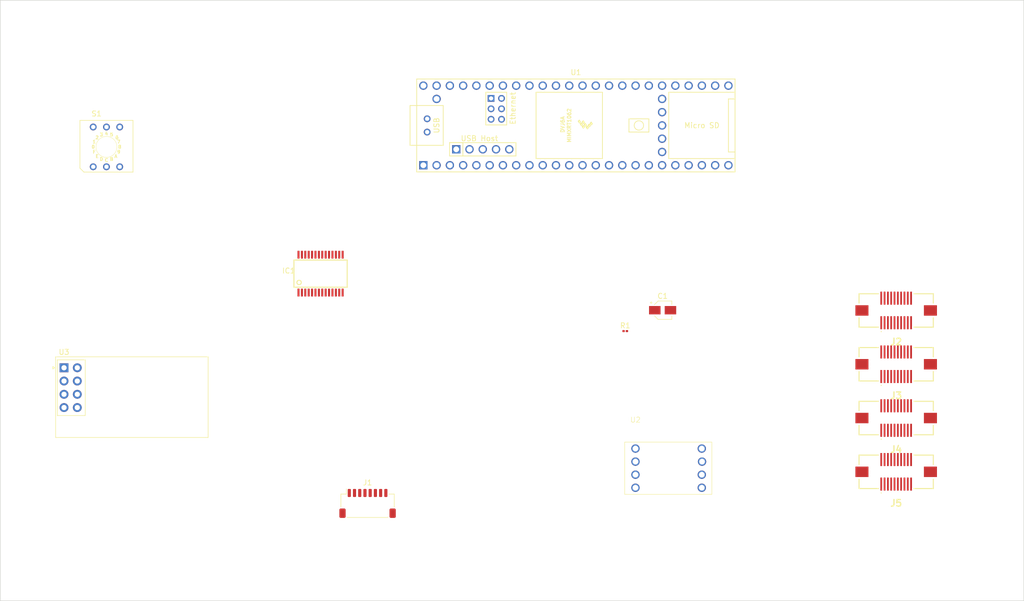
<source format=kicad_pcb>
(kicad_pcb (version 20240108) (generator "pcbnew") (generator_version "8.0")
  (layers (0 "F.Cu" signal) (31 "B.Cu" signal) (34 "B.Paste" user) (35 "F.Paste" user) (36 "B.SilkS" user "B.Silkscreen") (37 "F.SilkS" user "F.Silkscreen") (38 "B.Mask" user) (39 "F.Mask" user) (44 "Edge.Cuts" user))
  (net 0 "")
  (net 7 "/HEX-3")
  (net 8 "/HEX-1")
  (net 13 "/HEX-2")
  (net 15 "/HEX-0")
  (net 22 "/SDA")
  (net 23 "/INT-IO")
  (net 26 "/SCL-1.2")
  (net 27 "/RX_M4")
  (net 31 "/Shared SPI SCK")
  (net 32 "/RX_M3")
  (net 35 "/OLED SCL")
  (net 38 "/Radio Interrupt")
  (net 42 "/RX_M2")
  (net 44 "/Shared SPI HW CS")
  (net 53 "/INT-IMU")
  (net 57 "/Shared SPI MOSI")
  (net 60 "/KICKER SPI MOSI")
  (net 62 "/KICKER SPI RESET")
  (net 63 "/KICKER SPI CSn")
  (net 64 "/RADIO-CE")
  (net 65 "/TX_M2")
  (net 66 "/TX_M3")
  (net 67 "/KICKER SPI MISO")
  (net 68 "/IMU-SCL")
  (net 70 "/Radio CSN")
  (net 71 "/OLED SDA")
  (net 72 "/TX_M4")
  (net 73 "/IMU-SDA")
  (net 74 "/SCL1.2")
  (net 80 "+3.3V")
  (net 86 "/ADDR_IMU")
  (net 87 "/INT-RAD0")
  (net 90 "/SCL")
  (net 101 "Name")
  (net 106 "+3V3")
  (net 107 "GND")
  (net 129 "/SCK_KICK")
  (net 130 "/MOSI_KICK")
  (net 131 "/~{RST}_KICK")
  (net 132 "/~{CS}_KICK")
  (net 133 "/M1_NRST")
  (net 134 "/MISO_KICK")
  (net 135 "/M1_USART_Rx")
  (net 136 "/M1_USART_Tx")
  (net 137 "/~{KILL}")
  (net 138 "/M4_USART_Rx")
  (net 139 "/~{FAULT}")
  (net 140 "/DIAG_EN")
  (net 141 "/SNS")
  (net 142 "/~{INT}")
  (net 143 "/M4_USART_Tx")
  (net 144 "/M4_NRST")
  (net 145 "/LATCH")
  (net 146 "/M2_USART_Tx")
  (net 147 "/M2_USART_Rx")
  (net 148 "/M2_NRST")
  (net 149 "/M3_USART_Tx")
  (net 150 "/M3_USART_Rx")
  (net 151 "/M3_NRST")
  (footprint "RF_Module:nRF24L01_Breakout" (layer "F.Cu") (at 69.2105 96.375)
    (property "Reference" "U3" (at 0 -3 0) (layer "F.SilkS"))
    (property "Value" "NRF24L01_Breakout")
    (fp_line (start -1.6 -2.1) (end -1.6 -2.1) (stroke (width 0.12)) (layer "F.SilkS"))
    (fp_line (start -1.6 -2.1) (end 27.6 -2.1) (stroke (width 0.12)) (layer "F.SilkS"))
    (fp_line (start -1.6 13.35) (end -1.6 -2.1) (stroke (width 0.12)) (layer "F.SilkS"))
    (fp_line (start -1.27 -1.524) (end -1.27 -1.524) (stroke (width 0.12)) (layer "F.SilkS"))
    (fp_line (start -1.27 -1.524) (end 4.064 -1.524) (stroke (width 0.12)) (layer "F.SilkS"))
    (fp_line (start -1.27 9.144) (end -1.27 -1.524) (stroke (width 0.12)) (layer "F.SilkS"))
    (fp_line (start -1.27 9.144) (end -1.27 9.144) (stroke (width 0.12)) (layer "F.SilkS"))
    (fp_line (start 4.064 -1.524) (end 4.064 9.144) (stroke (width 0.12)) (layer "F.SilkS"))
    (fp_line (start 4.064 9.144) (end -1.27 9.144) (stroke (width 0.12)) (layer "F.SilkS"))
    (fp_line (start 27.6 -2.1) (end 27.6 13.35) (stroke (width 0.12)) (layer "F.SilkS"))
    (fp_line (start 27.6 13.35) (end -1.6 13.35) (stroke (width 0.12)) (layer "F.SilkS"))
    (fp_poly (pts (xy -1.8 0) (xy -2.136 0.24) (xy -2.136 -0.24) (xy -1.8 0)) (stroke (width 0.12)) (fill solid) (layer "F.SilkS"))
    (pad "1" thru_hole rect (at 0 0) (size 1.7 1.7) (drill 1) (layers "*.Cu" "*.Mask") (net 107 "GND"))
    (pad "2" thru_hole circle (at 2.54 0) (size 1.7 1.7) (drill 1) (layers "*.Cu" "*.Mask") (net 80 "+3.3V"))
    (pad "3" thru_hole circle (at 0 2.54) (size 1.7 1.7) (drill 1) (layers "*.Cu" "*.Mask") (net 87 "/INT-RAD0"))
    (pad "4" thru_hole circle (at 2.54 2.54) (size 1.7 1.7) (drill 1) (layers "*.Cu" "*.Mask") (net 80 "+3.3V"))
    (pad "5" thru_hole circle (at 0 5.08) (size 1.7 1.7) (drill 1) (layers "*.Cu" "*.Mask") (net 90 "/SCL"))
    (pad "6" thru_hole circle (at 2.54 5.08) (size 1.7 1.7) (drill 1) (layers "*.Cu" "*.Mask") (net 22 "/SDA"))
    (pad "7" thru_hole circle (at 0 7.62) (size 1.7 1.7) (drill 1) (layers "*.Cu" "*.Mask") (net 86 "/ADDR_IMU"))
    (pad "8" thru_hole circle (at 2.54 7.62) (size 1.7 1.7) (drill 1) (layers "*.Cu" "*.Mask"))
  )
  (footprint "Resistor_SMD:R_0201_0603Metric" (layer "F.Cu") (at 176.682 89.35)
    (property "Reference" "R1" (at 0 -1.05 0) (layer "F.SilkS"))
    (property "Value" "R_Small_US")
    (pad "1" smd roundrect (at -0.32 0) (size 0.46 0.4) (layers "F.Cu" "F.Mask"))
    (pad "2" smd roundrect (at 0.32 0) (size 0.46 0.4) (layers "F.Cu" "F.Mask"))
  )
  (footprint "94HCB16T:HEX" (layer "F.Cu") (at 77.337 55.35)
    (property "Reference" "S1" (at -1.905245 -7.621005 0) (layer "F.SilkS") (effects (font (size 1.000134 1.000134))))
    (property "Value" "94HCB16T")
    (fp_line (start -5.08 -6.35) (end 5.08 -6.35) (stroke (width 0.127)) (layer "F.SilkS"))
    (fp_line (start -5.08 2.794) (end -5.08 -6.35) (stroke (width 0.127)) (layer "F.SilkS"))
    (fp_line (start -5.08 2.794) (end -4.318 3.556) (stroke (width 0.127)) (layer "F.SilkS"))
    (fp_line (start -4.318 3.556) (end 5.08 3.556) (stroke (width 0.127)) (layer "F.SilkS"))
    (fp_line (start 5.08 3.556) (end 5.08 -6.35) (stroke (width 0.127)) (layer "F.SilkS"))
    (fp_circle (center 0 -1.27) (end 2.00804 -1.27) (stroke (width 0.0762)) (fill none) (layer "F.SilkS"))
    (fp_text user "9" (at 2.35094 -0.298735 0) (layer "F.SilkS") (effects (font (size 0.601082 0.601082))))
    (fp_text user "3" (at -0.972905 -3.62081 0) (layer "F.SilkS") (effects (font (size 0.60068 0.60068))))
    (fp_text user "1" (at -2.34928 -2.24426 0) (layer "F.SilkS") (effects (font (size 0.600658 0.600658))))
    (fp_text user "D" (at -0.972306 1.07726 0) (layer "F.SilkS") (effects (font (size 0.60031 0.60031))))
    (fp_text user "4" (at 0 -3.81364 0) (layer "F.SilkS") (effects (font (size 0.600573 0.600573))))
    (fp_text user "F" (at -2.35062 -0.298694 0) (layer "F.SilkS") (effects (font (size 0.601 0.601))))
    (fp_text user "E" (at -1.79838 0.526721 0) (layer "F.SilkS") (effects (font (size 0.600783 0.600783))))
    (fp_text user "6" (at 2.01755 -3.07149 0) (layer "F.SilkS") (effects (font (size 0.601068 0.601068))))
    (fp_text user "C" (at 0 1.27034 0) (layer "F.SilkS") (effects (font (size 0.600161 0.600161))))
    (fp_text user "7" (at 2.35136 -2.24625 0) (layer "F.SilkS") (effects (font (size 0.60119 0.60119))))
    (fp_text user "5" (at 0.973292 -3.62225 0) (layer "F.SilkS") (effects (font (size 0.600919 0.600919))))
    (fp_text user "2" (at -1.79626 -3.06642 0) (layer "F.SilkS") (effects (font (size 0.600076 0.600076))))
    (fp_text user "0" (at -2.54181 -1.27091 0) (layer "F.SilkS") (effects (font (size 0.600428 0.600428))))
    (fp_text user "8" (at 2.5437 -1.27185 0) (layer "F.SilkS") (effects (font (size 0.600875 0.600875))))
    (fp_text user "A" (at 1.79906 0.526921 0) (layer "F.SilkS") (effects (font (size 0.601011 0.601011))))
    (fp_text user "B" (at 0.972748 1.07775 0) (layer "F.SilkS") (effects (font (size 0.600583 0.600583))))
    (pad "1" thru_hole circle (at -2.54 2.54) (size 1.308 1.308) (drill 0.8) (layers "*.Cu" "*.Mask") (net 15 "/HEX-0"))
    (pad "2" thru_hole circle (at 2.54 -5.08) (size 1.308 1.308) (drill 0.8) (layers "*.Cu" "*.Mask") (net 8 "/HEX-1"))
    (pad "4" thru_hole circle (at 2.54 2.54) (size 1.308 1.308) (drill 0.8) (layers "*.Cu" "*.Mask") (net 13 "/HEX-2"))
    (pad "8" thru_hole circle (at -2.54 -5.08) (size 1.308 1.308) (drill 0.8) (layers "*.Cu" "*.Mask") (net 7 "/HEX-3"))
    (pad "C1" thru_hole circle (at 0 2.54) (size 1.308 1.308) (drill 0.8) (layers "*.Cu" "*.Mask") (net 107 "GND"))
    (pad "C2" thru_hole circle (at 0 -5.08) (size 1.308 1.308) (drill 0.8) (layers "*.Cu" "*.Mask") (net 107 "GND"))
  )
  (footprint "RoboJackets-Connectors:529010274" (layer "F.Cu") (at 228.56 95.7)
    (property "Reference" "J3" (at 0 6 0) (layer "F.SilkS") (effects (font (size 1.27 1.27) (thickness 0.254))))
    (property "Value" "52901-0274" (hide yes))
    (fp_line (start -7.11 -3.2) (end -7.11 -1.4) (stroke (width 0.2)) (layer "F.SilkS"))
    (fp_line (start -7.11 1.4) (end -7.11 3.2) (stroke (width 0.2)) (layer "F.SilkS"))
    (fp_line (start -7.11 3.2) (end -3.4 3.2) (stroke (width 0.2)) (layer "F.SilkS"))
    (fp_line (start -3.4 -3.2) (end -7.11 -3.2) (stroke (width 0.2)) (layer "F.SilkS"))
    (fp_line (start -2.857 4) (end -2.857 4) (stroke (width 0.1)) (layer "F.SilkS"))
    (fp_line (start -2.857 4.1) (end -2.857 4.1) (stroke (width 0.1)) (layer "F.SilkS"))
    (fp_line (start 3.4 3.2) (end 7.11 3.2) (stroke (width 0.2)) (layer "F.SilkS"))
    (fp_line (start 7.11 -3.2) (end 3.4 -3.2) (stroke (width 0.2)) (layer "F.SilkS"))
    (fp_line (start 7.11 -1.4) (end 7.11 -3.2) (stroke (width 0.2)) (layer "F.SilkS"))
    (fp_line (start 7.11 3.2) (end 7.11 1.4) (stroke (width 0.2)) (layer "F.SilkS"))
    (fp_arc (start -2.858 4) (mid -2.8075 4.0495) (end -2.857 4.1) (stroke (width 0.1)) (layer "F.SilkS"))
    (fp_arc (start -2.858 4.1) (mid -2.9075 4.0495) (end -2.857 4) (stroke (width 0.1)) (layer "F.SilkS"))
    (pad "" np_thru_hole circle (at -4.51 0) (size 0.9 0.9) (drill 0.9) (layers "*.Cu" "*.Mask"))
    (pad "" np_thru_hole circle (at 4.51 0) (size 0.7 0.7) (drill 0.7) (layers "*.Cu" "*.Mask"))
    (pad "1" smd rect (at -2.857 2.35) (size 0.35 2.5) (layers "F.Cu" "F.Paste" "F.Mask") (net 143 "/M4_USART_Tx"))
    (pad "2" smd rect (at -2.857 -2.35) (size 0.35 2.5) (layers "F.Cu" "F.Paste" "F.Mask") (net 106 "+3V3"))
    (pad "3" smd rect (at -2.223 2.35) (size 0.35 2.5) (layers "F.Cu" "F.Paste" "F.Mask") (net 138 "/M4_USART_Rx"))
    (pad "4" smd rect (at -2.223 -2.35) (size 0.35 2.5) (layers "F.Cu" "F.Paste" "F.Mask") (net 106 "+3V3"))
    (pad "5" smd rect (at -1.588 2.35) (size 0.35 2.5) (layers "F.Cu" "F.Paste" "F.Mask") (net 144 "/M4_NRST"))
    (pad "6" smd rect (at -1.588 -2.35) (size 0.35 2.5) (layers "F.Cu" "F.Paste" "F.Mask") (net 106 "+3V3"))
    (pad "7" smd rect (at -0.953 2.35) (size 0.35 2.5) (layers "F.Cu" "F.Paste" "F.Mask") (net 142 "/~{INT}"))
    (pad "8" smd rect (at -0.953 -2.35) (size 0.35 2.5) (layers "F.Cu" "F.Paste" "F.Mask") (net 106 "+3V3"))
    (pad "9" smd rect (at -0.318 2.35) (size 0.35 2.5) (layers "F.Cu" "F.Paste" "F.Mask") (net 137 "/~{KILL}"))
    (pad "10" smd rect (at -0.318 -2.35) (size 0.35 2.5) (layers "F.Cu" "F.Paste" "F.Mask") (net 106 "+3V3"))
    (pad "11" smd rect (at 0.317 2.35) (size 0.35 2.5) (layers "F.Cu" "F.Paste" "F.Mask") (net 140 "/DIAG_EN"))
    (pad "12" smd rect (at 0.317 -2.35) (size 0.35 2.5) (layers "F.Cu" "F.Paste" "F.Mask") (net 107 "GND"))
    (pad "13" smd rect (at 0.952 2.35) (size 0.35 2.5) (layers "F.Cu" "F.Paste" "F.Mask") (net 139 "/~{FAULT}"))
    (pad "14" smd rect (at 0.952 -2.35) (size 0.35 2.5) (layers "F.Cu" "F.Paste" "F.Mask") (net 107 "GND"))
    (pad "15" smd rect (at 1.587 2.35) (size 0.35 2.5) (layers "F.Cu" "F.Paste" "F.Mask") (net 145 "/LATCH"))
    (pad "16" smd rect (at 1.587 -2.35) (size 0.35 2.5) (layers "F.Cu" "F.Paste" "F.Mask") (net 107 "GND"))
    (pad "17" smd rect (at 2.222 2.35) (size 0.35 2.5) (layers "F.Cu" "F.Paste" "F.Mask") (net 141 "/SNS"))
    (pad "18" smd rect (at 2.222 -2.35) (size 0.35 2.5) (layers "F.Cu" "F.Paste" "F.Mask") (net 107 "GND"))
    (pad "19" smd rect (at 2.857 2.35) (size 0.35 2.5) (layers "F.Cu" "F.Paste" "F.Mask"))
    (pad "20" smd rect (at 2.857 -2.35) (size 0.35 2.5) (layers "F.Cu" "F.Paste" "F.Mask") (net 107 "GND"))
    (pad "MP1" smd rect (at -6.56 0 90) (size 2 2.5) (layers "F.Cu" "F.Paste" "F.Mask"))
    (pad "MP2" smd rect (at 6.56 0 90) (size 2 2.5) (layers "F.Cu" "F.Paste" "F.Mask"))
  )
  (footprint "RoboJackets-Connectors:529010274" (layer "F.Cu") (at 228.56 85.4)
    (property "Reference" "J2" (at 0 6 0) (layer "F.SilkS") (effects (font (size 1.27 1.27) (thickness 0.254))))
    (property "Value" "52901-0274" (hide yes))
    (fp_line (start -7.11 -3.2) (end -7.11 -1.4) (stroke (width 0.2)) (layer "F.SilkS"))
    (fp_line (start -7.11 1.4) (end -7.11 3.2) (stroke (width 0.2)) (layer "F.SilkS"))
    (fp_line (start -7.11 3.2) (end -3.4 3.2) (stroke (width 0.2)) (layer "F.SilkS"))
    (fp_line (start -3.4 -3.2) (end -7.11 -3.2) (stroke (width 0.2)) (layer "F.SilkS"))
    (fp_line (start -2.857 4) (end -2.857 4) (stroke (width 0.1)) (layer "F.SilkS"))
    (fp_line (start -2.857 4.1) (end -2.857 4.1) (stroke (width 0.1)) (layer "F.SilkS"))
    (fp_line (start 3.4 3.2) (end 7.11 3.2) (stroke (width 0.2)) (layer "F.SilkS"))
    (fp_line (start 7.11 -3.2) (end 3.4 -3.2) (stroke (width 0.2)) (layer "F.SilkS"))
    (fp_line (start 7.11 -1.4) (end 7.11 -3.2) (stroke (width 0.2)) (layer "F.SilkS"))
    (fp_line (start 7.11 3.2) (end 7.11 1.4) (stroke (width 0.2)) (layer "F.SilkS"))
    (fp_arc (start -2.858 4) (mid -2.8075 4.0495) (end -2.857 4.1) (stroke (width 0.1)) (layer "F.SilkS"))
    (fp_arc (start -2.858 4.1) (mid -2.9075 4.0495) (end -2.857 4) (stroke (width 0.1)) (layer "F.SilkS"))
    (pad "" np_thru_hole circle (at -4.51 0) (size 0.9 0.9) (drill 0.9) (layers "*.Cu" "*.Mask"))
    (pad "" np_thru_hole circle (at 4.51 0) (size 0.7 0.7) (drill 0.7) (layers "*.Cu" "*.Mask"))
    (pad "1" smd rect (at -2.857 2.35) (size 0.35 2.5) (layers "F.Cu" "F.Paste" "F.Mask") (net 136 "/M1_USART_Tx"))
    (pad "2" smd rect (at -2.857 -2.35) (size 0.35 2.5) (layers "F.Cu" "F.Paste" "F.Mask") (net 106 "+3V3"))
    (pad "3" smd rect (at -2.223 2.35) (size 0.35 2.5) (layers "F.Cu" "F.Paste" "F.Mask") (net 135 "/M1_USART_Rx"))
    (pad "4" smd rect (at -2.223 -2.35) (size 0.35 2.5) (layers "F.Cu" "F.Paste" "F.Mask") (net 106 "+3V3"))
    (pad "5" smd rect (at -1.588 2.35) (size 0.35 2.5) (layers "F.Cu" "F.Paste" "F.Mask") (net 133 "/M1_NRST"))
    (pad "6" smd rect (at -1.588 -2.35) (size 0.35 2.5) (layers "F.Cu" "F.Paste" "F.Mask") (net 106 "+3V3"))
    (pad "7" smd rect (at -0.953 2.35) (size 0.35 2.5) (layers "F.Cu" "F.Paste" "F.Mask") (net 134 "/MISO_KICK"))
    (pad "8" smd rect (at -0.953 -2.35) (size 0.35 2.5) (layers "F.Cu" "F.Paste" "F.Mask") (net 106 "+3V3"))
    (pad "9" smd rect (at -0.318 2.35) (size 0.35 2.5) (layers "F.Cu" "F.Paste" "F.Mask") (net 130 "/MOSI_KICK"))
    (pad "10" smd rect (at -0.318 -2.35) (size 0.35 2.5) (layers "F.Cu" "F.Paste" "F.Mask") (net 106 "+3V3"))
    (pad "11" smd rect (at 0.317 2.35) (size 0.35 2.5) (layers "F.Cu" "F.Paste" "F.Mask") (net 129 "/SCK_KICK"))
    (pad "12" smd rect (at 0.317 -2.35) (size 0.35 2.5) (layers "F.Cu" "F.Paste" "F.Mask") (net 107 "GND"))
    (pad "13" smd rect (at 0.952 2.35) (size 0.35 2.5) (layers "F.Cu" "F.Paste" "F.Mask") (net 132 "/~{CS}_KICK"))
    (pad "14" smd rect (at 0.952 -2.35) (size 0.35 2.5) (layers "F.Cu" "F.Paste" "F.Mask") (net 107 "GND"))
    (pad "15" smd rect (at 1.587 2.35) (size 0.35 2.5) (layers "F.Cu" "F.Paste" "F.Mask") (net 131 "/~{RST}_KICK"))
    (pad "16" smd rect (at 1.587 -2.35) (size 0.35 2.5) (layers "F.Cu" "F.Paste" "F.Mask") (net 107 "GND"))
    (pad "17" smd rect (at 2.222 2.35) (size 0.35 2.5) (layers "F.Cu" "F.Paste" "F.Mask"))
    (pad "18" smd rect (at 2.222 -2.35) (size 0.35 2.5) (layers "F.Cu" "F.Paste" "F.Mask") (net 107 "GND"))
    (pad "19" smd rect (at 2.857 2.35) (size 0.35 2.5) (layers "F.Cu" "F.Paste" "F.Mask"))
    (pad "20" smd rect (at 2.857 -2.35) (size 0.35 2.5) (layers "F.Cu" "F.Paste" "F.Mask") (net 107 "GND"))
    (pad "MP1" smd rect (at -6.56 0 90) (size 2 2.5) (layers "F.Cu" "F.Paste" "F.Mask"))
    (pad "MP2" smd rect (at 6.56 0 90) (size 2 2.5) (layers "F.Cu" "F.Paste" "F.Mask"))
  )
  (footprint "IMUFootprintHeader:HeaderIMUFooter" (layer "F.Cu") (at 178.637 106.85)
    (property "Reference" "U2" (at 0 -0.5 0) (layer "F.SilkS") (effects (font (thickness 0.1))))
    (property "Value" "~")
    (fp_rect (start -2.064 3.7592) (end 14.6304 13.7668) (stroke (width 0.1)) (fill none) (layer "F.SilkS"))
    (pad "1" thru_hole circle (at 0 5) (size 1.6 1.6) (drill 1.1) (layers "*.Cu" "*.Mask") (net 22 "/SDA"))
    (pad "2" thru_hole circle (at 0 7.5) (size 1.6 1.6) (drill 1.1) (layers "*.Cu" "*.Mask") (net 86 "/ADDR_IMU"))
    (pad "3" thru_hole circle (at 0 10) (size 1.6 1.6) (drill 1.1) (layers "*.Cu" "*.Mask") (net 74 "/SCL1.2"))
    (pad "4" thru_hole circle (at 0 12.5) (size 1.6 1.6) (drill 1.1) (layers "*.Cu" "*.Mask") (net 80 "+3.3V"))
    (pad "5" thru_hole circle (at 12.7 5) (size 1.6 1.6) (drill 1.1) (layers "*.Cu" "*.Mask") (net 107 "GND"))
    (pad "6" thru_hole circle (at 12.7508 7.5) (size 1.6 1.6) (drill 1.1) (layers "*.Cu" "*.Mask") (net 53 "/INT-IMU"))
    (pad "7" thru_hole circle (at 12.7 10) (size 1.6 1.6) (drill 1.1) (layers "*.Cu" "*.Mask"))
    (pad "8" thru_hole circle (at 12.7 12.5) (size 1.6 1.6) (drill 1.1) (layers "*.Cu" "*.Mask" "Dwgs.User") (net 80 "+3.3V"))
  )
  (footprint "MCP23017E_SSFootprint:SSOP28" (layer "F.Cu") (at 118.337 78.35)
    (property "Reference" "IC1" (at -6.111 -0.5451 180) (layer "F.SilkS"))
    (property "Value" "MCP23017E_SS")
    (fp_line (start -5.10086 2.59975) (end -5.10086 -2.60025) (stroke (width 0.2032)) (layer "F.SilkS"))
    (fp_line (start -5.1 2.6) (end 5.1 2.6) (stroke (width 0.2032)) (layer "F.SilkS"))
    (fp_line (start 5.1 -2.6) (end -5.1 -2.6) (stroke (width 0.2032)) (layer "F.SilkS"))
    (fp_line (start 5.1 2.6) (end 5.1 -2.6) (stroke (width 0.2032)) (layer "F.SilkS"))
    (fp_circle (center -4.11307 1.68699) (end -3.697151 1.68699) (stroke (width 0.2032)) (fill none) (layer "F.SilkS"))
    (pad "1" smd rect (at -4.225 3.625) (size 0.4 1.5) (layers "F.Cu" "F.Paste" "F.Mask"))
    (pad "2" smd rect (at -3.575 3.625) (size 0.4 1.5) (layers "F.Cu" "F.Paste" "F.Mask"))
    (pad "3" smd rect (at -2.925 3.625) (size 0.4 1.5) (layers "F.Cu" "F.Paste" "F.Mask"))
    (pad "4" smd rect (at -2.275 3.625) (size 0.4 1.5) (layers "F.Cu" "F.Paste" "F.Mask"))
    (pad "5" smd rect (at -1.625 3.625) (size 0.4 1.5) (layers "F.Cu" "F.Paste" "F.Mask"))
    (pad "6" smd rect (at -0.975 3.625) (size 0.4 1.5) (layers "F.Cu" "F.Paste" "F.Mask"))
    (pad "7" smd rect (at -0.325 3.625) (size 0.4 1.5) (layers "F.Cu" "F.Paste" "F.Mask"))
    (pad "8" smd rect (at 0.325 3.625) (size 0.4 1.5) (layers "F.Cu" "F.Paste" "F.Mask"))
    (pad "9" smd rect (at 0.975 3.625) (size 0.4 1.5) (layers "F.Cu" "F.Paste" "F.Mask") (net 107 "GND"))
    (pad "10" smd rect (at 1.625 3.625) (size 0.4 1.5) (layers "F.Cu" "F.Paste" "F.Mask") (net 107 "GND"))
    (pad "11" smd rect (at 2.275 3.625) (size 0.4 1.5) (layers "F.Cu" "F.Paste" "F.Mask"))
    (pad "12" smd rect (at 2.925 3.625) (size 0.4 1.5) (layers "F.Cu" "F.Paste" "F.Mask") (net 26 "/SCL-1.2"))
    (pad "13" smd rect (at 3.575 3.625) (size 0.4 1.5) (layers "F.Cu" "F.Paste" "F.Mask") (net 22 "/SDA"))
    (pad "14" smd rect (at 4.225 3.625) (size 0.4 1.5) (layers "F.Cu" "F.Paste" "F.Mask"))
    (pad "15" smd rect (at 4.225 -3.625) (size 0.4 1.5) (layers "F.Cu" "F.Paste" "F.Mask") (net 107 "GND"))
    (pad "16" smd rect (at 3.575 -3.625) (size 0.4 1.5) (layers "F.Cu" "F.Paste" "F.Mask") (net 107 "GND"))
    (pad "17" smd rect (at 2.925 -3.625) (size 0.4 1.5) (layers "F.Cu" "F.Paste" "F.Mask") (net 107 "GND"))
    (pad "18" smd rect (at 2.275 -3.625) (size 0.4 1.5) (layers "F.Cu" "F.Paste" "F.Mask") (net 107 "GND"))
    (pad "19" smd rect (at 1.625 -3.625) (size 0.4 1.5) (layers "F.Cu" "F.Paste" "F.Mask"))
    (pad "20" smd rect (at 0.975 -3.625) (size 0.4 1.5) (layers "F.Cu" "F.Paste" "F.Mask") (net 23 "/INT-IO"))
    (pad "21" smd rect (at 0.325 -3.625) (size 0.4 1.5) (layers "F.Cu" "F.Paste" "F.Mask"))
    (pad "22" smd rect (at -0.325 -3.625) (size 0.4 1.5) (layers "F.Cu" "F.Paste" "F.Mask"))
    (pad "23" smd rect (at -0.975 -3.625) (size 0.4 1.5) (layers "F.Cu" "F.Paste" "F.Mask"))
    (pad "24" smd rect (at -1.625 -3.625) (size 0.4 1.5) (layers "F.Cu" "F.Paste" "F.Mask"))
    (pad "25" smd rect (at -2.275 -3.625) (size 0.4 1.5) (layers "F.Cu" "F.Paste" "F.Mask") (net 8 "/HEX-1"))
    (pad "26" smd rect (at -2.925 -3.625) (size 0.4 1.5) (layers "F.Cu" "F.Paste" "F.Mask") (net 7 "/HEX-3"))
    (pad "27" smd rect (at -3.575 -3.625) (size 0.4 1.5) (layers "F.Cu" "F.Paste" "F.Mask") (net 13 "/HEX-2"))
    (pad "28" smd rect (at -4.225 -3.625) (size 0.4 1.5) (layers "F.Cu" "F.Paste" "F.Mask") (net 15 "/HEX-0"))
  )
  (footprint "teensy.pretty-master:Teensy41" (layer "F.Cu") (at 167.227 49.97)
    (property "Reference" "U1" (at 0 -10.16 0) (layer "F.SilkS"))
    (property "Value" "Teensy4.1")
    (fp_line (start -31.75 -3.81) (end -30.48 -3.81) (stroke (width 0.15)) (layer "F.SilkS"))
    (fp_line (start -31.75 3.81) (end -31.75 -3.81) (stroke (width 0.15)) (layer "F.SilkS"))
    (fp_line (start -30.48 -8.89) (end 30.48 -8.89) (stroke (width 0.15)) (layer "F.SilkS"))
    (fp_line (start -30.48 3.81) (end -31.75 3.81) (stroke (width 0.15)) (layer "F.SilkS"))
    (fp_line (start -30.48 8.89) (end -30.48 -8.89) (stroke (width 0.15)) (layer "F.SilkS"))
    (fp_line (start -25.4 -3.81) (end -30.48 -3.81) (stroke (width 0.15)) (layer "F.SilkS"))
    (fp_line (start -25.4 3.81) (end -30.48 3.81) (stroke (width 0.15)) (layer "F.SilkS"))
    (fp_line (start -25.4 3.81) (end -25.4 -3.81) (stroke (width 0.15)) (layer "F.SilkS"))
    (fp_line (start -24.1808 3.2992) (end -21.6408 3.2992) (stroke (width 0.15)) (layer "F.SilkS"))
    (fp_line (start -24.1808 3.2992) (end -11.4808 3.2992) (stroke (width 0.15)) (layer "F.SilkS"))
    (fp_line (start -24.1808 5.8392) (end -24.1808 3.2992) (stroke (width 0.15)) (layer "F.SilkS"))
    (fp_line (start -21.6408 3.2992) (end -21.6408 5.8392) (stroke (width 0.15)) (layer "F.SilkS"))
    (fp_line (start -17.25 -6.3516) (end -17.25 -6.1016) (stroke (width 0.15)) (layer "F.SilkS"))
    (fp_line (start -17.25 -6.1016) (end -17.25 -0.1016) (stroke (width 0.15)) (layer "F.SilkS"))
    (fp_line (start -17.25 -0.1016) (end -13.25 -0.1016) (stroke (width 0.15)) (layer "F.SilkS"))
    (fp_line (start -13.25 -6.3516) (end -17.25 -6.3516) (stroke (width 0.15)) (layer "F.SilkS"))
    (fp_line (start -13.25 -0.1016) (end -13.25 -6.3516) (stroke (width 0.15)) (layer "F.SilkS"))
    (fp_line (start -11.4808 3.2992) (end -11.4808 5.8392) (stroke (width 0.15)) (layer "F.SilkS"))
    (fp_line (start -11.4808 5.8392) (end -24.1808 5.8392) (stroke (width 0.15)) (layer "F.SilkS"))
    (fp_line (start -7.62 -6.35) (end -7.62 6.35) (stroke (width 0.15)) (layer "F.SilkS"))
    (fp_line (start -7.62 6.35) (end 5.08 6.35) (stroke (width 0.15)) (layer "F.SilkS"))
    (fp_line (start 5.08 -6.35) (end -7.62 -6.35) (stroke (width 0.15)) (layer "F.SilkS"))
    (fp_line (start 5.08 6.35) (end 5.08 -6.35) (stroke (width 0.15)) (layer "F.SilkS"))
    (fp_line (start 10.16 -1.27) (end 13.97 -1.27) (stroke (width 0.15)) (layer "F.SilkS"))
    (fp_line (start 10.16 1.27) (end 10.16 -1.27) (stroke (width 0.15)) (layer "F.SilkS"))
    (fp_line (start 13.97 -1.27) (end 13.97 1.27) (stroke (width 0.15)) (layer "F.SilkS"))
    (fp_line (start 13.97 1.27) (end 10.16 1.27) (stroke (width 0.15)) (layer "F.SilkS"))
    (fp_line (start 17.78 -6.35) (end 17.78 6.35) (stroke (width 0.15)) (layer "F.SilkS"))
    (fp_line (start 17.78 6.35) (end 30.48 6.35) (stroke (width 0.15)) (layer "F.SilkS"))
    (fp_line (start 29.21 -5.08) (end 29.21 5.08) (stroke (width 0.15)) (layer "F.SilkS"))
    (fp_line (start 29.21 5.08) (end 30.48 5.08) (stroke (width 0.15)) (layer "F.SilkS"))
    (fp_line (start 30.48 -8.89) (end 30.48 8.89) (stroke (width 0.15)) (layer "F.SilkS"))
    (fp_line (start 30.48 -6.35) (end 17.78 -6.35) (stroke (width 0.15)) (layer "F.SilkS"))
    (fp_line (start 30.48 -5.08) (end 29.21 -5.08) (stroke (width 0.15)) (layer "F.SilkS"))
    (fp_line (start 30.48 8.89) (end -30.48 8.89) (stroke (width 0.15)) (layer "F.SilkS"))
    (fp_circle (center 12.065 0) (end 12.7 -0.635) (stroke (width 0.15)) (fill none) (layer "F.SilkS"))
    (fp_poly (pts (xy 0.911 -0.688) (xy 0.657 -0.434) (xy 0.403 -0.815) (xy 0.657 -1.069)) (stroke (width 0.1)) (fill solid) (layer "F.SilkS"))
    (fp_poly (pts (xy 1.292 -0.18) (xy 1.038 0.074) (xy 0.784 -0.307) (xy 1.038 -0.561)) (stroke (width 0.1)) (fill solid) (layer "F.SilkS"))
    (fp_poly (pts (xy 1.673 -0.561) (xy 1.419 -0.307) (xy 1.165 -0.688) (xy 1.419 -0.942)) (stroke (width 0.1)) (fill solid) (layer "F.SilkS"))
    (fp_poly (pts (xy 1.673 0.328) (xy 1.419 0.582) (xy 1.165 0.201) (xy 1.419 -0.053)) (stroke (width 0.1)) (fill solid) (layer "F.SilkS"))
    (fp_poly (pts (xy 2.054 -0.053) (xy 1.8 0.201) (xy 1.546 -0.18) (xy 1.8 -0.434)) (stroke (width 0.1)) (fill solid) (layer "F.SilkS"))
    (fp_poly (pts (xy 2.435 0.455) (xy 2.181 0.709) (xy 1.927 0.328) (xy 2.181 0.074)) (stroke (width 0.1)) (fill solid) (layer "F.SilkS"))
    (fp_poly (pts (xy 2.816 0.074) (xy 2.562 0.328) (xy 2.308 -0.053) (xy 2.562 -0.307)) (stroke (width 0.1)) (fill solid) (layer "F.SilkS"))
    (fp_poly (pts (xy 3.197 -0.307) (xy 2.943 -0.053) (xy 2.689 -0.434) (xy 2.943 -0.688)) (stroke (width 0.1)) (fill solid) (layer "F.SilkS"))
    (fp_text user "USB Host" (at -18.4658 2.4892 0) (layer "F.SilkS"))
    (fp_text user "MIMXRT1062" (at -1.27 0 -90) (layer "F.SilkS") (effects (font (size 0.7 0.7))))
    (fp_text user "USB" (at -26.67 0 -90) (layer "F.SilkS"))
    (fp_text user "Ethernet" (at -12.065 -3.2766 90) (layer "F.SilkS"))
    (fp_text user "Micro SD" (at 24.13 0 0) (layer "F.SilkS"))
    (fp_text user "DVJ6A" (at -2.54 -0.18 -90) (layer "F.SilkS") (effects (font (size 0.7 0.7))))
    (pad "1" thru_hole rect (at -29.21 7.62) (size 1.6 1.6) (drill 1.1) (layers "*.Cu" "*.Mask"))
    (pad "2" thru_hole circle (at -26.67 7.62) (size 1.6 1.6) (drill 1.1) (layers "*.Cu" "*.Mask") (net 60 "/KICKER SPI MOSI"))
    (pad "3" thru_hole circle (at -24.13 7.62) (size 1.6 1.6) (drill 1.1) (layers "*.Cu" "*.Mask") (net 67 "/KICKER SPI MISO"))
    (pad "4" thru_hole circle (at -21.59 7.62) (size 1.6 1.6) (drill 1.1) (layers "*.Cu" "*.Mask") (net 63 "/KICKER SPI CSn"))
    (pad "5" thru_hole circle (at -19.05 7.62) (size 1.6 1.6) (drill 1.1) (layers "*.Cu" "*.Mask") (net 62 "/KICKER SPI RESET"))
    (pad "6" thru_hole circle (at -16.51 7.62) (size 1.6 1.6) (drill 1.1) (layers "*.Cu" "*.Mask"))
    (pad "7" thru_hole circle (at -13.97 7.62) (size 1.6 1.6) (drill 1.1) (layers "*.Cu" "*.Mask"))
    (pad "8" thru_hole circle (at -11.43 7.62) (size 1.6 1.6) (drill 1.1) (layers "*.Cu" "*.Mask"))
    (pad "9" thru_hole circle (at -8.89 7.62) (size 1.6 1.6) (drill 1.1) (layers "*.Cu" "*.Mask"))
    (pad "10" thru_hole circle (at -6.35 7.62) (size 1.6 1.6) (drill 1.1) (layers "*.Cu" "*.Mask"))
    (pad "11" thru_hole circle (at -3.81 7.62) (size 1.6 1.6) (drill 1.1) (layers "*.Cu" "*.Mask"))
    (pad "12" thru_hole circle (at -1.27 7.62) (size 1.6 1.6) (drill 1.1) (layers "*.Cu" "*.Mask"))
    (pad "13" thru_hole circle (at 1.27 7.62) (size 1.6 1.6) (drill 1.1) (layers "*.Cu" "*.Mask"))
    (pad "14" thru_hole circle (at 3.81 7.62) (size 1.6 1.6) (drill 1.1) (layers "*.Cu" "*.Mask"))
    (pad "15" thru_hole circle (at 6.35 7.62) (size 1.6 1.6) (drill 1.1) (layers "*.Cu" "*.Mask"))
    (pad "16" thru_hole circle (at 8.89 7.62) (size 1.6 1.6) (drill 1.1) (layers "*.Cu" "*.Mask"))
    (pad "17" thru_hole circle (at 11.43 7.62) (size 1.6 1.6) (drill 1.1) (layers "*.Cu" "*.Mask"))
    (pad "18" thru_hole circle (at 13.97 7.62) (size 1.6 1.6) (drill 1.1) (layers "*.Cu" "*.Mask") (net 57 "/Shared SPI MOSI"))
    (pad "19" thru_hole circle (at 16.51 7.62) (size 1.6 1.6) (drill 1.1) (layers "*.Cu" "*.Mask") (net 31 "/Shared SPI SCK"))
    (pad "20" thru_hole circle (at 19.05 7.62) (size 1.6 1.6) (drill 1.1) (layers "*.Cu" "*.Mask") (net 65 "/TX_M2"))
    (pad "21" thru_hole circle (at 21.59 7.62) (size 1.6 1.6) (drill 1.1) (layers "*.Cu" "*.Mask") (net 42 "/RX_M2"))
    (pad "22" thru_hole circle (at 24.13 7.62) (size 1.6 1.6) (drill 1.1) (layers "*.Cu" "*.Mask"))
    (pad "23" thru_hole circle (at 26.67 7.62) (size 1.6 1.6) (drill 1.1) (layers "*.Cu" "*.Mask"))
    (pad "24" thru_hole circle (at 29.21 7.62) (size 1.6 1.6) (drill 1.1) (layers "*.Cu" "*.Mask") (net 23 "/INT-IO"))
    (pad "25" thru_hole circle (at 29.21 -7.62) (size 1.6 1.6) (drill 1.1) (layers "*.Cu" "*.Mask") (net 53 "/INT-IMU"))
    (pad "26" thru_hole circle (at 26.67 -7.62) (size 1.6 1.6) (drill 1.1) (layers "*.Cu" "*.Mask") (net 72 "/TX_M4"))
    (pad "27" thru_hole circle (at 24.13 -7.62) (size 1.6 1.6) (drill 1.1) (layers "*.Cu" "*.Mask") (net 27 "/RX_M4"))
    (pad "28" thru_hole circle (at 21.59 -7.62) (size 1.6 1.6) (drill 1.1) (layers "*.Cu" "*.Mask"))
    (pad "29" thru_hole circle (at 19.05 -7.62) (size 1.6 1.6) (drill 1.1) (layers "*.Cu" "*.Mask"))
    (pad "30" thru_hole circle (at 16.51 -7.62) (size 1.6 1.6) (drill 1.1) (layers "*.Cu" "*.Mask") (net 44 "/Shared SPI HW CS"))
    (pad "31" thru_hole circle (at 13.97 -7.62) (size 1.6 1.6) (drill 1.1) (layers "*.Cu" "*.Mask") (net 57 "/Shared SPI MOSI"))
    (pad "32" thru_hole circle (at 11.43 -7.62) (size 1.6 1.6) (drill 1.1) (layers "*.Cu" "*.Mask"))
    (pad "33" thru_hole circle (at 8.89 -7.62) (size 1.6 1.6) (drill 1.1) (layers "*.Cu" "*.Mask") (net 64 "/RADIO-CE"))
    (pad "34" thru_hole circle (at 6.35 -7.62) (size 1.6 1.6) (drill 1.1) (layers "*.Cu" "*.Mask"))
    (pad "35" thru_hole circle (at 3.81 -7.62) (size 1.6 1.6) (drill 1.1) (layers "*.Cu" "*.Mask"))
    (pad "36" thru_hole circle (at 1.27 -7.62) (size 1.6 1.6) (drill 1.1) (layers "*.Cu" "*.Mask") (net 70 "/Radio CSN"))
    (pad "37" thru_hole circle (at -1.27 -7.62) (size 1.6 1.6) (drill 1.1) (layers "*.Cu" "*.Mask") (net 38 "/Radio Interrupt"))
    (pad "38" thru_hole circle (at -3.81 -7.62) (size 1.6 1.6) (drill 1.1) (layers "*.Cu" "*.Mask") (net 35 "/OLED SCL"))
    (pad "39" thru_hole circle (at -6.35 -7.62) (size 1.6 1.6) (drill 1.1) (layers "*.Cu" "*.Mask") (net 71 "/OLED SDA"))
    (pad "40" thru_hole circle (at -8.89 -7.62) (size 1.6 1.6) (drill 1.1) (layers "*.Cu" "*.Mask") (net 73 "/IMU-SDA"))
    (pad "41" thru_hole circle (at -11.43 -7.62) (size 1.6 1.6) (drill 1.1) (layers "*.Cu" "*.Mask") (net 68 "/IMU-SCL"))
    (pad "42" thru_hole circle (at -13.97 -7.62) (size 1.6 1.6) (drill 1.1) (layers "*.Cu" "*.Mask") (net 32 "/RX_M3"))
    (pad "43" thru_hole circle (at -16.51 -7.62) (size 1.6 1.6) (drill 1.1) (layers "*.Cu" "*.Mask") (net 66 "/TX_M3"))
    (pad "44" thru_hole circle (at -19.05 -7.62) (size 1.6 1.6) (drill 1.1) (layers "*.Cu" "*.Mask"))
    (pad "45" thru_hole circle (at -21.59 -7.62) (size 1.6 1.6) (drill 1.1) (layers "*.Cu" "*.Mask"))
    (pad "46" thru_hole circle (at -24.13 -7.62) (size 1.6 1.6) (drill 1.1) (layers "*.Cu" "*.Mask"))
    (pad "47" thru_hole circle (at -26.67 -7.62) (size 1.6 1.6) (drill 1.1) (layers "*.Cu" "*.Mask"))
    (pad "48" thru_hole circle (at -29.21 -7.62) (size 1.6 1.6) (drill 1.1) (layers "*.Cu" "*.Mask"))
    (pad "49" thru_hole circle (at -26.67 -5.08) (size 1.6 1.6) (drill 1.1) (layers "*.Cu" "*.Mask"))
    (pad "50" thru_hole circle (at 16.51 5.08) (size 1.6 1.6) (drill 1.1) (layers "*.Cu" "*.Mask"))
    (pad "51" thru_hole circle (at 16.51 2.54) (size 1.6 1.6) (drill 1.1) (layers "*.Cu" "*.Mask"))
    (pad "52" thru_hole circle (at 16.51 0) (size 1.6 1.6) (drill 1.1) (layers "*.Cu" "*.Mask"))
    (pad "53" thru_hole circle (at 16.51 -2.54) (size 1.6 1.6) (drill 1.1) (layers "*.Cu" "*.Mask"))
    (pad "54" thru_hole circle (at 16.51 -5.08) (size 1.6 1.6) (drill 1.1) (layers "*.Cu" "*.Mask"))
    (pad "55" thru_hole rect (at -22.9108 4.5692) (size 1.6 1.6) (drill 1.1) (layers "*.Cu" "*.Mask"))
    (pad "56" thru_hole circle (at -20.3708 4.5692) (size 1.6 1.6) (drill 1.1) (layers "*.Cu" "*.Mask"))
    (pad "57" thru_hole circle (at -17.8308 4.5692) (size 1.6 1.6) (drill 1.1) (layers "*.Cu" "*.Mask"))
    (pad "58" thru_hole circle (at -15.2908 4.5692) (size 1.6 1.6) (drill 1.1) (layers "*.Cu" "*.Mask"))
    (pad "59" thru_hole circle (at -12.7508 4.5692) (size 1.6 1.6) (drill 1.1) (layers "*.Cu" "*.Mask"))
    (pad "60" thru_hole rect (at -16.24 -5.1816) (size 1.3 1.3) (drill 0.8) (layers "*.Cu" "*.Mask"))
    (pad "61" thru_hole circle (at -16.24 -3.1816) (size 1.3 1.3) (drill 0.8) (layers "*.Cu" "*.Mask"))
    (pad "62" thru_hole circle (at -16.24 -1.1816) (size 1.3 1.3) (drill 0.8) (layers "*.Cu" "*.Mask"))
    (pad "63" thru_hole circle (at -14.24 -1.1816) (size 1.3 1.3) (drill 0.8) (layers "*.Cu" "*.Mask"))
    (pad "64" thru_hole circle (at -14.24 -3.1816) (size 1.3 1.3) (drill 0.8) (layers "*.Cu" "*.Mask"))
    (pad "65" thru_hole circle (at -14.24 -5.1816) (size 1.3 1.3) (drill 0.8) (layers "*.Cu" "*.Mask"))
    (pad "66" thru_hole circle (at -28.48 -1.27) (size 1.3 1.3) (drill 0.8) (layers "*.Cu" "*.Mask"))
    (pad "67" thru_hole circle (at -28.48 1.27) (size 1.3 1.3) (drill 0.8) (layers "*.Cu" "*.Mask"))
  )
  (footprint "RoboJackets-Connectors:529010274" (layer "F.Cu") (at 228.56 116.3)
    (property "Reference" "J5" (at 0 6 0) (layer "F.SilkS") (effects (font (size 1.27 1.27) (thickness 0.254))))
    (property "Value" "52901-0274" (hide yes))
    (fp_line (start -7.11 -3.2) (end -7.11 -1.4) (stroke (width 0.2)) (layer "F.SilkS"))
    (fp_line (start -7.11 1.4) (end -7.11 3.2) (stroke (width 0.2)) (layer "F.SilkS"))
    (fp_line (start -7.11 3.2) (end -3.4 3.2) (stroke (width 0.2)) (layer "F.SilkS"))
    (fp_line (start -3.4 -3.2) (end -7.11 -3.2) (stroke (width 0.2)) (layer "F.SilkS"))
    (fp_line (start -2.857 4) (end -2.857 4) (stroke (width 0.1)) (layer "F.SilkS"))
    (fp_line (start -2.857 4.1) (end -2.857 4.1) (stroke (width 0.1)) (layer "F.SilkS"))
    (fp_line (start 3.4 3.2) (end 7.11 3.2) (stroke (width 0.2)) (layer "F.SilkS"))
    (fp_line (start 7.11 -3.2) (end 3.4 -3.2) (stroke (width 0.2)) (layer "F.SilkS"))
    (fp_line (start 7.11 -1.4) (end 7.11 -3.2) (stroke (width 0.2)) (layer "F.SilkS"))
    (fp_line (start 7.11 3.2) (end 7.11 1.4) (stroke (width 0.2)) (layer "F.SilkS"))
    (fp_arc (start -2.858 4) (mid -2.8075 4.0495) (end -2.857 4.1) (stroke (width 0.1)) (layer "F.SilkS"))
    (fp_arc (start -2.858 4.1) (mid -2.9075 4.0495) (end -2.857 4) (stroke (width 0.1)) (layer "F.SilkS"))
    (pad "" np_thru_hole circle (at -4.51 0) (size 0.9 0.9) (drill 0.9) (layers "*.Cu" "*.Mask"))
    (pad "" np_thru_hole circle (at 4.51 0) (size 0.7 0.7) (drill 0.7) (layers "*.Cu" "*.Mask"))
    (pad "1" smd rect (at -2.857 2.35) (size 0.35 2.5) (layers "F.Cu" "F.Paste" "F.Mask") (net 149 "/M3_USART_Tx"))
    (pad "2" smd rect (at -2.857 -2.35) (size 0.35 2.5) (layers "F.Cu" "F.Paste" "F.Mask") (net 106 "+3V3"))
    (pad "3" smd rect (at -2.223 2.35) (size 0.35 2.5) (layers "F.Cu" "F.Paste" "F.Mask") (net 150 "/M3_USART_Rx"))
    (pad "4" smd rect (at -2.223 -2.35) (size 0.35 2.5) (layers "F.Cu" "F.Paste" "F.Mask") (net 106 "+3V3"))
    (pad "5" smd rect (at -1.588 2.35) (size 0.35 2.5) (layers "F.Cu" "F.Paste" "F.Mask") (net 151 "/M3_NRST"))
    (pad "6" smd rect (at -1.588 -2.35) (size 0.35 2.5) (layers "F.Cu" "F.Paste" "F.Mask") (net 106 "+3V3"))
    (pad "7" smd rect (at -0.953 2.35) (size 0.35 2.5) (layers "F.Cu" "F.Paste" "F.Mask"))
    (pad "8" smd rect (at -0.953 -2.35) (size 0.35 2.5) (layers "F.Cu" "F.Paste" "F.Mask") (net 106 "+3V3"))
    (pad "9" smd rect (at -0.318 2.35) (size 0.35 2.5) (layers "F.Cu" "F.Paste" "F.Mask"))
    (pad "10" smd rect (at -0.318 -2.35) (size 0.35 2.5) (layers "F.Cu" "F.Paste" "F.Mask") (net 106 "+3V3"))
    (pad "11" smd rect (at 0.317 2.35) (size 0.35 2.5) (layers "F.Cu" "F.Paste" "F.Mask"))
    (pad "12" smd rect (at 0.317 -2.35) (size 0.35 2.5) (layers "F.Cu" "F.Paste" "F.Mask") (net 107 "GND"))
    (pad "13" smd rect (at 0.952 2.35) (size 0.35 2.5) (layers "F.Cu" "F.Paste" "F.Mask"))
    (pad "14" smd rect (at 0.952 -2.35) (size 0.35 2.5) (layers "F.Cu" "F.Paste" "F.Mask") (net 107 "GND"))
    (pad "15" smd rect (at 1.587 2.35) (size 0.35 2.5) (layers "F.Cu" "F.Paste" "F.Mask"))
    (pad "16" smd rect (at 1.587 -2.35) (size 0.35 2.5) (layers "F.Cu" "F.Paste" "F.Mask") (net 107 "GND"))
    (pad "17" smd rect (at 2.222 2.35) (size 0.35 2.5) (layers "F.Cu" "F.Paste" "F.Mask"))
    (pad "18" smd rect (at 2.222 -2.35) (size 0.35 2.5) (layers "F.Cu" "F.Paste" "F.Mask") (net 107 "GND"))
    (pad "19" smd rect (at 2.857 2.35) (size 0.35 2.5) (layers "F.Cu" "F.Paste" "F.Mask"))
    (pad "20" smd rect (at 2.857 -2.35) (size 0.35 2.5) (layers "F.Cu" "F.Paste" "F.Mask") (net 107 "GND"))
    (pad "MP1" smd rect (at -6.56 0 90) (size 2 2.5) (layers "F.Cu" "F.Paste" "F.Mask"))
    (pad "MP2" smd rect (at 6.56 0 90) (size 2 2.5) (layers "F.Cu" "F.Paste" "F.Mask"))
  )
  (footprint "Connector_JST:JST_SH_SM08B-SRSS-TB_1x08-1MP_P1.00mm_Horizontal" (layer "F.Cu") (at 127.337 122.35)
    (property "Reference" "J1" (at 0 -3.98 0) (layer "F.SilkS"))
    (property "Value" "Conn_01x08_MountingPin")
    (fp_line (start -5.11 -1.785) (end -4.06 -1.785) (stroke (width 0.12)) (layer "F.SilkS"))
    (fp_line (start -5.11 0.715) (end -5.11 -1.785) (stroke (width 0.12)) (layer "F.SilkS"))
    (fp_line (start -4.06 -1.785) (end -4.06 -2.775) (stroke (width 0.12)) (layer "F.SilkS"))
    (fp_line (start -3.94 2.685) (end 3.94 2.685) (stroke (width 0.12)) (layer "F.SilkS"))
    (fp_line (start 5.11 -1.785) (end 4.06 -1.785) (stroke (width 0.12)) (layer "F.SilkS"))
    (fp_line (start 5.11 0.715) (end 5.11 -1.785) (stroke (width 0.12)) (layer "F.SilkS"))
    (pad "1" smd roundrect (at -3.5 -2) (size 0.6 1.55) (layers "F.Cu" "F.Paste" "F.Mask") (net 101 "Name"))
    (pad "2" smd roundrect (at -2.5 -2) (size 0.6 1.55) (layers "F.Cu" "F.Paste" "F.Mask") (net 101 "Name"))
    (pad "3" smd roundrect (at -1.5 -2) (size 0.6 1.55) (layers "F.Cu" "F.Paste" "F.Mask") (net 101 "Name"))
    (pad "4" smd roundrect (at -0.5 -2) (size 0.6 1.55) (layers "F.Cu" "F.Paste" "F.Mask") (net 101 "Name"))
    (pad "5" smd roundrect (at 0.5 -2) (size 0.6 1.55) (layers "F.Cu" "F.Paste" "F.Mask") (net 101 "Name"))
    (pad "6" smd roundrect (at 1.5 -2) (size 0.6 1.55) (layers "F.Cu" "F.Paste" "F.Mask"))
    (pad "7" smd roundrect (at 2.5 -2) (size 0.6 1.55) (layers "F.Cu" "F.Paste" "F.Mask"))
    (pad "8" smd roundrect (at 3.5 -2) (size 0.6 1.55) (layers "F.Cu" "F.Paste" "F.Mask"))
    (pad "MP" smd roundrect (at -4.8 1.875) (size 1.2 1.8) (layers "F.Cu" "F.Paste" "F.Mask") (roundrect_rratio 0.208333))
    (pad "MP" smd roundrect (at 4.8 1.875) (size 1.2 1.8) (layers "F.Cu" "F.Paste" "F.Mask") (roundrect_rratio 0.208333))
  )
  (footprint "Capacitor_SMD:CP_Elec_3x5.3" (layer "F.Cu") (at 183.837 85.35)
    (property "Reference" "C1" (at 0 -2.7 0) (layer "F.SilkS"))
    (property "Value" "0.1 uF")
    (fp_line (start -2.375 -1.435) (end -2 -1.435) (stroke (width 0.12)) (layer "F.SilkS"))
    (fp_line (start -2.1875 -1.6225) (end -2.1875 -1.2475) (stroke (width 0.12)) (layer "F.SilkS"))
    (fp_line (start -1.570563 -1.06) (end -0.870563 -1.76) (stroke (width 0.12)) (layer "F.SilkS"))
    (fp_line (start -1.570563 1.06) (end -0.870563 1.76) (stroke (width 0.12)) (layer "F.SilkS"))
    (fp_line (start -0.870563 -1.76) (end 1.76 -1.76) (stroke (width 0.12)) (layer "F.SilkS"))
    (fp_line (start -0.870563 1.76) (end 1.76 1.76) (stroke (width 0.12)) (layer "F.SilkS"))
    (fp_line (start 1.76 -1.76) (end 1.76 -1.06) (stroke (width 0.12)) (layer "F.SilkS"))
    (fp_line (start 1.76 1.76) (end 1.76 1.06) (stroke (width 0.12)) (layer "F.SilkS"))
    (pad "1" smd rect (at -1.5 0) (size 2.2 1.6) (layers "F.Cu" "F.Paste" "F.Mask") (net 80 "+3.3V"))
    (pad "2" smd rect (at 1.5 0) (size 2.2 1.6) (layers "F.Cu" "F.Paste" "F.Mask") (net 107 "GND"))
  )
  (footprint "RoboJackets-Connectors:529010274" (layer "F.Cu") (at 228.56 106)
    (property "Reference" "J4" (at 0 6 0) (layer "F.SilkS") (effects (font (size 1.27 1.27) (thickness 0.254))))
    (property "Value" "52901-0274" (hide yes))
    (fp_line (start -7.11 -3.2) (end -7.11 -1.4) (stroke (width 0.2)) (layer "F.SilkS"))
    (fp_line (start -7.11 1.4) (end -7.11 3.2) (stroke (width 0.2)) (layer "F.SilkS"))
    (fp_line (start -7.11 3.2) (end -3.4 3.2) (stroke (width 0.2)) (layer "F.SilkS"))
    (fp_line (start -3.4 -3.2) (end -7.11 -3.2) (stroke (width 0.2)) (layer "F.SilkS"))
    (fp_line (start -2.857 4) (end -2.857 4) (stroke (width 0.1)) (layer "F.SilkS"))
    (fp_line (start -2.857 4.1) (end -2.857 4.1) (stroke (width 0.1)) (layer "F.SilkS"))
    (fp_line (start 3.4 3.2) (end 7.11 3.2) (stroke (width 0.2)) (layer "F.SilkS"))
    (fp_line (start 7.11 -3.2) (end 3.4 -3.2) (stroke (width 0.2)) (layer "F.SilkS"))
    (fp_line (start 7.11 -1.4) (end 7.11 -3.2) (stroke (width 0.2)) (layer "F.SilkS"))
    (fp_line (start 7.11 3.2) (end 7.11 1.4) (stroke (width 0.2)) (layer "F.SilkS"))
    (fp_arc (start -2.858 4) (mid -2.8075 4.0495) (end -2.857 4.1) (stroke (width 0.1)) (layer "F.SilkS"))
    (fp_arc (start -2.858 4.1) (mid -2.9075 4.0495) (end -2.857 4) (stroke (width 0.1)) (layer "F.SilkS"))
    (pad "" np_thru_hole circle (at -4.51 0) (size 0.9 0.9) (drill 0.9) (layers "*.Cu" "*.Mask"))
    (pad "" np_thru_hole circle (at 4.51 0) (size 0.7 0.7) (drill 0.7) (layers "*.Cu" "*.Mask"))
    (pad "1" smd rect (at -2.857 2.35) (size 0.35 2.5) (layers "F.Cu" "F.Paste" "F.Mask") (net 146 "/M2_USART_Tx"))
    (pad "2" smd rect (at -2.857 -2.35) (size 0.35 2.5) (layers "F.Cu" "F.Paste" "F.Mask") (net 106 "+3V3"))
    (pad "3" smd rect (at -2.223 2.35) (size 0.35 2.5) (layers "F.Cu" "F.Paste" "F.Mask") (net 147 "/M2_USART_Rx"))
    (pad "4" smd rect (at -2.223 -2.35) (size 0.35 2.5) (layers "F.Cu" "F.Paste" "F.Mask") (net 106 "+3V3"))
    (pad "5" smd rect (at -1.588 2.35) (size 0.35 2.5) (layers "F.Cu" "F.Paste" "F.Mask") (net 148 "/M2_NRST"))
    (pad "6" smd rect (at -1.588 -2.35) (size 0.35 2.5) (layers "F.Cu" "F.Paste" "F.Mask") (net 106 "+3V3"))
    (pad "7" smd rect (at -0.953 2.35) (size 0.35 2.5) (layers "F.Cu" "F.Paste" "F.Mask"))
    (pad "8" smd rect (at -0.953 -2.35) (size 0.35 2.5) (layers "F.Cu" "F.Paste" "F.Mask") (net 106 "+3V3"))
    (pad "9" smd rect (at -0.318 2.35) (size 0.35 2.5) (layers "F.Cu" "F.Paste" "F.Mask"))
    (pad "10" smd rect (at -0.318 -2.35) (size 0.35 2.5) (layers "F.Cu" "F.Paste" "F.Mask") (net 106 "+3V3"))
    (pad "11" smd rect (at 0.317 2.35) (size 0.35 2.5) (layers "F.Cu" "F.Paste" "F.Mask"))
    (pad "12" smd rect (at 0.317 -2.35) (size 0.35 2.5) (layers "F.Cu" "F.Paste" "F.Mask") (net 107 "GND"))
    (pad "13" smd rect (at 0.952 2.35) (size 0.35 2.5) (layers "F.Cu" "F.Paste" "F.Mask"))
    (pad "14" smd rect (at 0.952 -2.35) (size 0.35 2.5) (layers "F.Cu" "F.Paste" "F.Mask") (net 107 "GND"))
    (pad "15" smd rect (at 1.587 2.35) (size 0.35 2.5) (layers "F.Cu" "F.Paste" "F.Mask"))
    (pad "16" smd rect (at 1.587 -2.35) (size 0.35 2.5) (layers "F.Cu" "F.Paste" "F.Mask") (net 107 "GND"))
    (pad "17" smd rect (at 2.222 2.35) (size 0.35 2.5) (layers "F.Cu" "F.Paste" "F.Mask"))
    (pad "18" smd rect (at 2.222 -2.35) (size 0.35 2.5) (layers "F.Cu" "F.Paste" "F.Mask") (net 107 "GND"))
    (pad "19" smd rect (at 2.857 2.35) (size 0.35 2.5) (layers "F.Cu" "F.Paste" "F.Mask"))
    (pad "20" smd rect (at 2.857 -2.35) (size 0.35 2.5) (layers "F.Cu" "F.Paste" "F.Mask") (net 107 "GND"))
    (pad "MP1" smd rect (at -6.56 0 90) (size 2 2.5) (layers "F.Cu" "F.Paste" "F.Mask"))
    (pad "MP2" smd rect (at 6.56 0 90) (size 2 2.5) (layers "F.Cu" "F.Paste" "F.Mask"))
  )
  (gr_rect (start 57 26) (end 253 141) (stroke (width 0.1)) (fill none) (layer "Edge.Cuts"))
)
</source>
